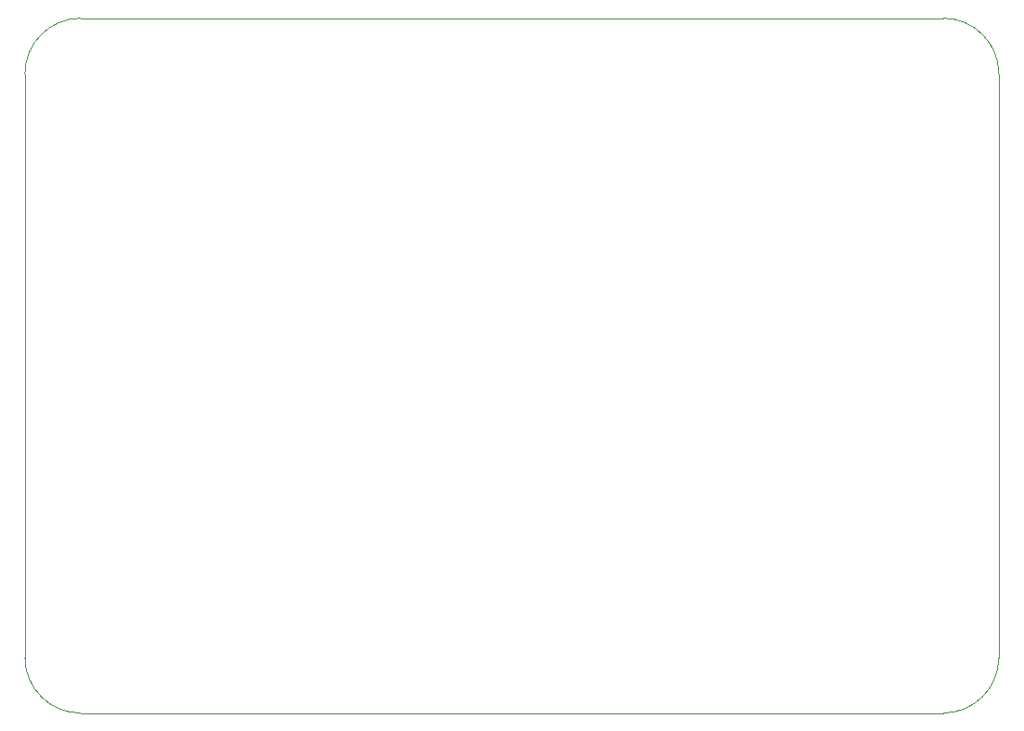
<source format=gbr>
G04 #@! TF.GenerationSoftware,KiCad,Pcbnew,(5.1.10)-1*
G04 #@! TF.CreationDate,2021-06-23T14:01:49+02:00*
G04 #@! TF.ProjectId,sh_control,73685f63-6f6e-4747-926f-6c2e6b696361,3.2*
G04 #@! TF.SameCoordinates,Original*
G04 #@! TF.FileFunction,Profile,NP*
%FSLAX46Y46*%
G04 Gerber Fmt 4.6, Leading zero omitted, Abs format (unit mm)*
G04 Created by KiCad (PCBNEW (5.1.10)-1) date 2021-06-23 14:01:49*
%MOMM*%
%LPD*%
G01*
G04 APERTURE LIST*
G04 #@! TA.AperFunction,Profile*
%ADD10C,0.100000*%
G04 #@! TD*
G04 APERTURE END LIST*
D10*
X25400000Y-73660000D02*
X25400000Y-127000000D01*
X109220000Y-132080000D02*
X30480000Y-132080000D01*
X114300000Y-73660000D02*
X114300000Y-127000000D01*
X114300000Y-127000000D02*
G75*
G02*
X109220000Y-132080000I-5080000J0D01*
G01*
X30480000Y-132080000D02*
G75*
G02*
X25400000Y-127000000I0J5080000D01*
G01*
X30480000Y-68580000D02*
X109220000Y-68580000D01*
X25400000Y-73660000D02*
G75*
G02*
X30480000Y-68580000I5080000J0D01*
G01*
X109220000Y-68580000D02*
G75*
G02*
X114300000Y-73660000I0J-5080000D01*
G01*
M02*

</source>
